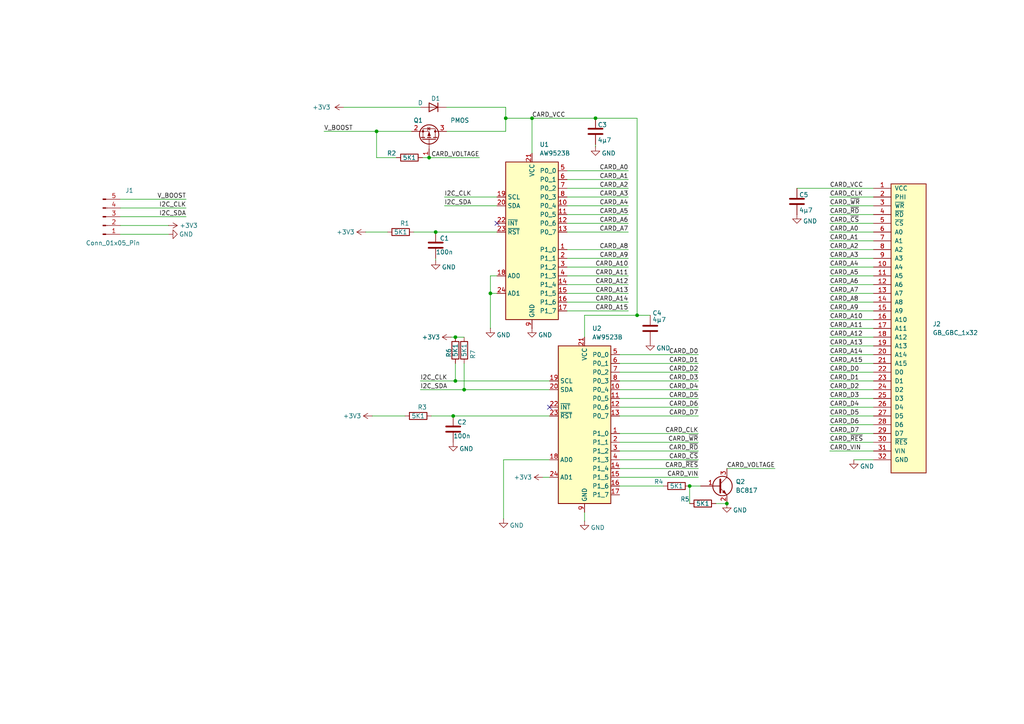
<source format=kicad_sch>
(kicad_sch (version 20231120) (generator "eeschema") (generator_version "8.0")
  (paper "A4")
  (lib_symbols
    (symbol "Connector:Conn_01x05_Pin" (pin_names (offset 1.016) hide)
      (property "Reference" "J" (at 0 7.62 0))
      (property "Value" "Conn_01x05_Pin" (at 0 -7.62 0))
      (symbol "Conn_01x05_Pin_1_1"
        (polyline (pts (xy 1.27 -5.08) (xy 0.8636 -5.08)) (stroke (width 0.1524)))
        (polyline (pts (xy 1.27 -2.54) (xy 0.8636 -2.54)) (stroke (width 0.1524)))
        (polyline (pts (xy 1.27 0) (xy 0.8636 0)) (stroke (width 0.1524)))
        (polyline (pts (xy 1.27 2.54) (xy 0.8636 2.54)) (stroke (width 0.1524)))
        (polyline (pts (xy 1.27 5.08) (xy 0.8636 5.08)) (stroke (width 0.1524)))
        (rectangle (start 0.8636 -4.953) (end 0 -5.207) (stroke (width 0.1524)) (fill (type outline)))
        (rectangle (start 0.8636 -2.413) (end 0 -2.667) (stroke (width 0.1524)) (fill (type outline)))
        (rectangle (start 0.8636 0.127) (end 0 -0.127) (stroke (width 0.1524)) (fill (type outline)))
        (rectangle (start 0.8636 2.667) (end 0 2.413) (stroke (width 0.1524)) (fill (type outline)))
        (rectangle (start 0.8636 5.207) (end 0 4.953) (stroke (width 0.1524)) (fill (type outline)))
        (pin passive line (at 5.08 5.08 180) (length 3.81) (name "Pin_1") (number "1"))
        (pin passive line (at 5.08 2.54 180) (length 3.81) (name "Pin_2") (number "2"))
        (pin passive line (at 5.08 0 180) (length 3.81) (name "Pin_3") (number "3"))
        (pin passive line (at 5.08 -2.54 180) (length 3.81) (name "Pin_4") (number "4"))
        (pin passive line (at 5.08 -5.08 180) (length 3.81) (name "Pin_5") (number "5"))
      )
    )
    (symbol "Device:C" (pin_numbers hide) (pin_names (offset 0.254))
      (property "Reference" "C" (at 0.635 2.54 0))
      (property "Value" "C" (at 0.635 -2.54 0))
      (symbol "C_0_1"
        (polyline (pts (xy -2.032 -0.762) (xy 2.032 -0.762)) (stroke (width 0.508)))
        (polyline (pts (xy -2.032 0.762) (xy 2.032 0.762)) (stroke (width 0.508)))
      )
      (symbol "C_1_1"
        (pin passive line (at 0 3.81 270) (length 2.794) (name "~") (number "1"))
        (pin passive line (at 0 -3.81 90) (length 2.794) (name "~") (number "2"))
      )
    )
    (symbol "Device:D" (pin_numbers hide) (pin_names (offset 1.016) hide)
      (property "Reference" "D" (at 0 2.54 0))
      (property "Value" "D" (at 0 -2.54 0))
      (symbol "D_0_1"
        (polyline (pts (xy -1.27 1.27) (xy -1.27 -1.27)) (stroke (width 0.254)))
        (polyline (pts (xy 1.27 0) (xy -1.27 0)))
        (polyline (pts (xy 1.27 1.27) (xy 1.27 -1.27) (xy -1.27 0) (xy 1.27 1.27)) (stroke (width 0.254)))
      )
      (symbol "D_1_1"
        (pin passive line (at -3.81 0 0) (length 2.54) (name "K") (number "1"))
        (pin passive line (at 3.81 0 180) (length 2.54) (name "A") (number "2"))
      )
    )
    (symbol "Device:Q_PMOS_GSD" (pin_names (offset 0) hide)
      (property "Reference" "Q" (at 5.08 1.27 0))
      (property "Value" "Q_PMOS_GSD" (at 5.08 -1.27 0))
      (symbol "Q_PMOS_GSD_0_1"
        (polyline (pts (xy 0.254 0) (xy -2.54 0)))
        (polyline (pts (xy 0.254 1.905) (xy 0.254 -1.905)) (stroke (width 0.254)))
        (polyline (pts (xy 0.762 -1.27) (xy 0.762 -2.286)) (stroke (width 0.254)))
        (polyline (pts (xy 0.762 0.508) (xy 0.762 -0.508)) (stroke (width 0.254)))
        (polyline (pts (xy 0.762 2.286) (xy 0.762 1.27)) (stroke (width 0.254)))
        (polyline (pts (xy 2.54 2.54) (xy 2.54 1.778)))
        (polyline (pts (xy 2.54 -2.54) (xy 2.54 0) (xy 0.762 0)))
        (polyline (pts (xy 0.762 1.778) (xy 3.302 1.778) (xy 3.302 -1.778) (xy 0.762 -1.778)))
        (polyline (pts (xy 2.286 0) (xy 1.27 0.381) (xy 1.27 -0.381) (xy 2.286 0)) (fill (type outline)))
        (polyline (pts (xy 2.794 -0.508) (xy 2.921 -0.381) (xy 3.683 -0.381) (xy 3.81 -0.254)))
        (polyline (pts (xy 3.302 -0.381) (xy 2.921 0.254) (xy 3.683 0.254) (xy 3.302 -0.381)))
        (circle (center 1.651 0) (radius 2.794) (stroke (width 0.254)))
        (circle (center 2.54 -1.778) (radius 0.254) (fill (type outline)))
        (circle (center 2.54 1.778) (radius 0.254) (fill (type outline)))
      )
      (symbol "Q_PMOS_GSD_1_1"
        (pin input line (at -5.08 0 0) (length 2.54) (name "G") (number "1"))
        (pin passive line (at 2.54 -5.08 90) (length 2.54) (name "S") (number "2"))
        (pin passive line (at 2.54 5.08 270) (length 2.54) (name "D") (number "3"))
      )
    )
    (symbol "Device:R" (pin_numbers hide) (pin_names (offset 0))
      (property "Reference" "R" (at 2.032 0 90))
      (property "Value" "R" (at 0 0 90))
      (symbol "R_0_1"
        (rectangle (start -1.016 -2.54) (end 1.016 2.54) (stroke (width 0.254)))
      )
      (symbol "R_1_1"
        (pin passive line (at 0 3.81 270) (length 1.27) (name "~") (number "1"))
        (pin passive line (at 0 -3.81 90) (length 1.27) (name "~") (number "2"))
      )
    )
    (symbol "Interface_Expansion:AW9523B"
      (property "Reference" "U" (at -5.08 26.67 0))
      (property "Value" "AW9523B" (at 6.35 26.67 0))
      (symbol "AW9523B_1_1"
        (rectangle (start -7.62 22.86) (end 7.62 -22.86) (stroke (width 0.254)) (fill (type background)))
        (pin bidirectional line (at 10.16 -2.54 180) (length 2.54) (name "P1_0") (number "1"))
        (pin bidirectional line (at 10.16 10.16 180) (length 2.54) (name "P0_4") (number "10"))
        (pin bidirectional line (at 10.16 7.62 180) (length 2.54) (name "P0_5") (number "11"))
        (pin bidirectional line (at 10.16 5.08 180) (length 2.54) (name "P0_6") (number "12"))
        (pin bidirectional line (at 10.16 2.54 180) (length 2.54) (name "P0_7") (number "13"))
        (pin bidirectional line (at 10.16 -12.7 180) (length 2.54) (name "P1_4") (number "14"))
        (pin bidirectional line (at 10.16 -15.24 180) (length 2.54) (name "P1_5") (number "15"))
        (pin bidirectional line (at 10.16 -17.78 180) (length 2.54) (name "P1_6") (number "16"))
        (pin bidirectional line (at 10.16 -20.32 180) (length 2.54) (name "P1_7") (number "17"))
        (pin input line (at -10.16 -10.16 0) (length 2.54) (name "AD0") (number "18"))
        (pin input line (at -10.16 12.7 0) (length 2.54) (name "SCL") (number "19"))
        (pin bidirectional line (at 10.16 -5.08 180) (length 2.54) (name "P1_1") (number "2"))
        (pin bidirectional line (at -10.16 10.16 0) (length 2.54) (name "SDA") (number "20"))
        (pin power_in line (at 0 25.4 270) (length 2.54) (name "VCC") (number "21"))
        (pin open_collector line (at -10.16 5.08 0) (length 2.54) (name "~{INT}") (number "22"))
        (pin input line (at -10.16 2.54 0) (length 2.54) (name "~{RST}") (number "23"))
        (pin input line (at -10.16 -15.24 0) (length 2.54) (name "AD1") (number "24"))
        (pin passive line (at 0 -25.4 90) (length 2.54) hide (name "GND") (number "25"))
        (pin bidirectional line (at 10.16 -7.62 180) (length 2.54) (name "P1_2") (number "3"))
        (pin bidirectional line (at 10.16 -10.16 180) (length 2.54) (name "P1_3") (number "4"))
        (pin bidirectional line (at 10.16 20.32 180) (length 2.54) (name "P0_0") (number "5"))
        (pin bidirectional line (at 10.16 17.78 180) (length 2.54) (name "P0_1") (number "6"))
        (pin bidirectional line (at 10.16 15.24 180) (length 2.54) (name "P0_2") (number "7"))
        (pin bidirectional line (at 10.16 12.7 180) (length 2.54) (name "P0_3") (number "8"))
        (pin power_in line (at 0 -25.4 90) (length 2.54) (name "GND") (number "9"))
      )
    )
    (symbol "Transistor_BJT:BC817" (pin_names (offset 0) hide)
      (property "Reference" "Q" (at 5.08 1.905 0))
      (property "Value" "BC817" (at 5.08 0 0))
      (symbol "BC817_0_1"
        (polyline (pts (xy 0.635 0.635) (xy 2.54 2.54)))
        (polyline (pts (xy 0.635 -0.635) (xy 2.54 -2.54) (xy 2.54 -2.54)))
        (polyline (pts (xy 0.635 1.905) (xy 0.635 -1.905) (xy 0.635 -1.905)) (stroke (width 0.508)))
        (polyline (pts (xy 1.27 -1.778) (xy 1.778 -1.27) (xy 2.286 -2.286) (xy 1.27 -1.778) (xy 1.27 -1.778)) (fill (type outline)))
        (circle (center 1.27 0) (radius 2.8194) (stroke (width 0.254)))
      )
      (symbol "BC817_1_1"
        (pin input line (at -5.08 0 0) (length 5.715) (name "B") (number "1"))
        (pin passive line (at 2.54 -5.08 90) (length 2.54) (name "E") (number "2"))
        (pin passive line (at 2.54 5.08 270) (length 2.54) (name "C") (number "3"))
      )
    )
    (symbol "power:+3V3" (power) (pin_numbers hide) (pin_names (offset 0) hide)
      (property "Value" "+3V3" (at 0 3.556 0))
      (symbol "+3V3_0_1"
        (polyline (pts (xy -0.762 1.27) (xy 0 2.54)))
        (polyline (pts (xy 0 0) (xy 0 2.54)))
        (polyline (pts (xy 0 2.54) (xy 0.762 1.27)))
      )
      (symbol "+3V3_1_1"
        (pin power_in line (at 0 0 90) (length 0) (name "~") (number "1"))
      )
    )
    (symbol "power:GND" (power) (pin_numbers hide) (pin_names (offset 0) hide)
      (property "Value" "GND" (at 0 -3.81 0))
      (symbol "GND_0_1"
        (polyline (pts (xy 0 0) (xy 0 -1.27) (xy 1.27 -1.27) (xy 0 -2.54) (xy -1.27 -1.27) (xy 0 -1.27)))
      )
      (symbol "GND_1_1"
        (pin power_in line (at 0 0 270) (length 0) (name "~") (number "1"))
      )
    )
    (symbol "theBrutzler:GB_GBC_1x32-willdurand_connector" (pin_names (offset 1.016))
      (property "Reference" "J1" (at 5.842 2.54 0))
      (property "Value" "GB_GBC_1x32" (at 5.842 0.2286 0))
      (symbol "GB_GBC_1x32-willdurand_connector_1_1"
        (rectangle (start -5.08 43.18) (end 5.08 -40.64) (stroke (width 0.254)) (fill (type background)))
        (pin power_in line (at -10.16 41.91 0) (length 5.08) (name "VCC") (number "1"))
        (pin bidirectional line (at -10.16 19.05 0) (length 5.08) (name "A4") (number "10"))
        (pin bidirectional line (at -10.16 16.51 0) (length 5.08) (name "A5") (number "11"))
        (pin bidirectional line (at -10.16 13.97 0) (length 5.08) (name "A6") (number "12"))
        (pin bidirectional line (at -10.16 11.43 0) (length 5.08) (name "A7") (number "13"))
        (pin bidirectional line (at -10.16 8.89 0) (length 5.08) (name "A8") (number "14"))
        (pin bidirectional line (at -10.16 6.35 0) (length 5.08) (name "A9") (number "15"))
        (pin bidirectional line (at -10.16 3.81 0) (length 5.08) (name "A10") (number "16"))
        (pin bidirectional line (at -10.16 1.27 0) (length 5.08) (name "A11") (number "17"))
        (pin bidirectional line (at -10.16 -1.27 0) (length 5.08) (name "A12") (number "18"))
        (pin bidirectional line (at -10.16 -3.81 0) (length 5.08) (name "A13") (number "19"))
        (pin passive line (at -10.16 39.37 0) (length 5.08) (name "PHI") (number "2"))
        (pin bidirectional line (at -10.16 -6.35 0) (length 5.08) (name "A14") (number "20"))
        (pin bidirectional line (at -10.16 -8.89 0) (length 5.08) (name "A15") (number "21"))
        (pin bidirectional line (at -10.16 -11.43 0) (length 5.08) (name "D0") (number "22"))
        (pin bidirectional line (at -10.16 -13.97 0) (length 5.08) (name "D1") (number "23"))
        (pin bidirectional line (at -10.16 -16.51 0) (length 5.08) (name "D2") (number "24"))
        (pin bidirectional line (at -10.16 -19.05 0) (length 5.08) (name "D3") (number "25"))
        (pin bidirectional line (at -10.16 -21.59 0) (length 5.08) (name "D4") (number "26"))
        (pin bidirectional line (at -10.16 -24.13 0) (length 5.08) (name "D5") (number "27"))
        (pin bidirectional line (at -10.16 -26.67 0) (length 5.08) (name "D6") (number "28"))
        (pin bidirectional line (at -10.16 -29.21 0) (length 5.08) (name "D7") (number "29"))
        (pin passive line (at -10.16 36.83 0) (length 5.08) (name "~{WR}") (number "3"))
        (pin passive line (at -10.16 -31.75 0) (length 5.08) (name "~{RES}") (number "30"))
        (pin passive line (at -10.16 -34.29 0) (length 5.08) (name "VIN") (number "31"))
        (pin power_in line (at -10.16 -36.83 0) (length 5.08) (name "GND") (number "32"))
        (pin passive line (at -10.16 34.29 0) (length 5.08) (name "~{RD}") (number "4"))
        (pin passive line (at -10.16 31.75 0) (length 5.08) (name "~{CS}") (number "5"))
        (pin bidirectional line (at -10.16 29.21 0) (length 5.08) (name "A0") (number "6"))
        (pin bidirectional line (at -10.16 26.67 0) (length 5.08) (name "A1") (number "7"))
        (pin bidirectional line (at -10.16 24.13 0) (length 5.08) (name "A2") (number "8"))
        (pin bidirectional line (at -10.16 21.59 0) (length 5.08) (name "A3") (number "9"))
      )
    )
  )
  (junction (at 200.025 140.97))
  (junction (at 154.305 34.29))
  (junction (at 172.72 34.29))
  (junction (at 184.785 91.44))
  (junction (at 142.24 85.09))
  (junction (at 210.82 146.05))
  (junction (at 131.445 120.65))
  (junction (at 132.08 110.49))
  (junction (at 124.46 45.72))
  (junction (at 132.08 97.79))
  (junction (at 109.22 38.1))
  (junction (at 146.685 34.29))
  (junction (at 126.365 67.31))
  (junction (at 134.62 113.03))
  (no_connect (at 159.385 118.11))
  (no_connect (at 144.145 64.77))
  (wire (pts (xy 130.81 97.79) (xy 132.08 97.79)))
  (wire (pts (xy 179.705 115.57) (xy 202.565 115.57)))
  (wire (pts (xy 179.705 140.97) (xy 192.405 140.97)))
  (wire (pts (xy 172.72 34.29) (xy 154.305 34.29)))
  (wire (pts (xy 126.365 75.565) (xy 126.365 74.93)))
  (wire (pts (xy 131.445 120.65) (xy 159.385 120.65)))
  (wire (pts (xy 146.05 133.35) (xy 146.05 150.495)))
  (wire (pts (xy 207.645 146.05) (xy 210.82 146.05)))
  (wire (pts (xy 179.705 135.89) (xy 202.565 135.89)))
  (wire (pts (xy 179.705 113.03) (xy 202.565 113.03)))
  (wire (pts (xy 159.385 133.35) (xy 146.05 133.35)))
  (wire (pts (xy 164.465 57.15) (xy 182.245 57.15)))
  (wire (pts (xy 164.465 54.61) (xy 182.245 54.61)))
  (wire (pts (xy 179.705 120.65) (xy 202.565 120.65)))
  (wire (pts (xy 179.705 102.87) (xy 202.565 102.87)))
  (wire (pts (xy 157.48 138.43) (xy 159.385 138.43)))
  (wire (pts (xy 109.22 38.1) (xy 119.38 38.1)))
  (wire (pts (xy 240.665 125.73) (xy 253.365 125.73)))
  (wire (pts (xy 121.92 110.49) (xy 132.08 110.49)))
  (wire (pts (xy 240.665 77.47) (xy 253.365 77.47)))
  (wire (pts (xy 107.95 120.65) (xy 117.475 120.65)))
  (wire (pts (xy 240.665 115.57) (xy 253.365 115.57)))
  (wire (pts (xy 184.785 91.44) (xy 188.595 91.44)))
  (wire (pts (xy 240.665 59.69) (xy 253.365 59.69)))
  (wire (pts (xy 124.46 45.72) (xy 139.065 45.72)))
  (wire (pts (xy 240.665 62.23) (xy 253.365 62.23)))
  (wire (pts (xy 240.665 97.79) (xy 253.365 97.79)))
  (wire (pts (xy 142.24 80.01) (xy 142.24 85.09)))
  (wire (pts (xy 184.785 34.29) (xy 172.72 34.29)))
  (wire (pts (xy 164.465 59.69) (xy 182.245 59.69)))
  (wire (pts (xy 164.465 90.17) (xy 182.245 90.17)))
  (wire (pts (xy 240.665 118.11) (xy 253.365 118.11)))
  (wire (pts (xy 129.54 31.115) (xy 146.685 31.115)))
  (wire (pts (xy 179.705 125.73) (xy 202.565 125.73)))
  (wire (pts (xy 240.665 82.55) (xy 253.365 82.55)))
  (wire (pts (xy 134.62 113.03) (xy 159.385 113.03)))
  (wire (pts (xy 240.665 80.01) (xy 253.365 80.01)))
  (wire (pts (xy 132.08 105.41) (xy 132.08 110.49)))
  (wire (pts (xy 240.665 100.33) (xy 253.365 100.33)))
  (wire (pts (xy 53.975 57.785) (xy 34.925 57.785)))
  (wire (pts (xy 179.705 128.27) (xy 202.565 128.27)))
  (wire (pts (xy 179.705 105.41) (xy 202.565 105.41)))
  (wire (pts (xy 120.015 67.31) (xy 126.365 67.31)))
  (wire (pts (xy 142.24 85.09) (xy 142.24 95.25)))
  (wire (pts (xy 200.025 140.97) (xy 203.2 140.97)))
  (wire (pts (xy 231.14 54.61) (xy 253.365 54.61)))
  (wire (pts (xy 240.665 74.93) (xy 253.365 74.93)))
  (wire (pts (xy 169.545 148.59) (xy 169.545 151.13)))
  (wire (pts (xy 240.665 123.19) (xy 253.365 123.19)))
  (wire (pts (xy 53.975 60.325) (xy 34.925 60.325)))
  (wire (pts (xy 240.665 87.63) (xy 253.365 87.63)))
  (wire (pts (xy 121.92 113.03) (xy 134.62 113.03)))
  (wire (pts (xy 240.665 67.31) (xy 253.365 67.31)))
  (wire (pts (xy 240.665 128.27) (xy 253.365 128.27)))
  (wire (pts (xy 164.465 52.07) (xy 182.245 52.07)))
  (wire (pts (xy 240.665 102.87) (xy 253.365 102.87)))
  (wire (pts (xy 53.975 62.865) (xy 34.925 62.865)))
  (wire (pts (xy 134.62 105.41) (xy 134.62 113.03)))
  (wire (pts (xy 164.465 64.77) (xy 182.245 64.77)))
  (wire (pts (xy 146.685 31.115) (xy 146.685 34.29)))
  (wire (pts (xy 106.045 67.31) (xy 112.395 67.31)))
  (wire (pts (xy 240.665 120.65) (xy 253.365 120.65)))
  (wire (pts (xy 179.705 110.49) (xy 202.565 110.49)))
  (wire (pts (xy 144.145 80.01) (xy 142.24 80.01)))
  (wire (pts (xy 240.665 107.95) (xy 253.365 107.95)))
  (wire (pts (xy 48.895 65.405) (xy 34.925 65.405)))
  (wire (pts (xy 240.665 113.03) (xy 253.365 113.03)))
  (wire (pts (xy 132.08 110.49) (xy 159.385 110.49)))
  (wire (pts (xy 126.365 67.31) (xy 144.145 67.31)))
  (wire (pts (xy 179.705 138.43) (xy 202.565 138.43)))
  (wire (pts (xy 142.24 85.09) (xy 144.145 85.09)))
  (wire (pts (xy 122.555 45.72) (xy 124.46 45.72)))
  (wire (pts (xy 240.665 95.25) (xy 253.365 95.25)))
  (wire (pts (xy 114.935 45.72) (xy 109.22 45.72)))
  (wire (pts (xy 164.465 67.31) (xy 182.245 67.31)))
  (wire (pts (xy 99.695 31.115) (xy 121.92 31.115)))
  (wire (pts (xy 240.665 64.77) (xy 253.365 64.77)))
  (wire (pts (xy 146.685 34.29) (xy 146.685 38.1)))
  (wire (pts (xy 200.025 140.97) (xy 200.025 146.05)))
  (wire (pts (xy 179.705 118.11) (xy 202.565 118.11)))
  (wire (pts (xy 164.465 85.09) (xy 182.245 85.09)))
  (wire (pts (xy 240.665 130.81) (xy 253.365 130.81)))
  (wire (pts (xy 240.665 90.17) (xy 253.365 90.17)))
  (wire (pts (xy 172.72 41.91) (xy 172.72 42.545)))
  (wire (pts (xy 164.465 80.01) (xy 182.245 80.01)))
  (wire (pts (xy 128.905 59.69) (xy 144.145 59.69)))
  (wire (pts (xy 93.98 38.1) (xy 109.22 38.1)))
  (wire (pts (xy 210.82 135.89) (xy 224.79 135.89)))
  (wire (pts (xy 240.665 85.09) (xy 253.365 85.09)))
  (wire (pts (xy 164.465 49.53) (xy 182.245 49.53)))
  (wire (pts (xy 240.665 69.85) (xy 253.365 69.85)))
  (wire (pts (xy 129.54 38.1) (xy 146.685 38.1)))
  (wire (pts (xy 184.785 91.44) (xy 184.785 34.29)))
  (wire (pts (xy 48.895 67.945) (xy 34.925 67.945)))
  (wire (pts (xy 240.665 92.71) (xy 253.365 92.71)))
  (wire (pts (xy 240.665 105.41) (xy 253.365 105.41)))
  (wire (pts (xy 109.22 45.72) (xy 109.22 38.1)))
  (wire (pts (xy 164.465 74.93) (xy 182.245 74.93)))
  (wire (pts (xy 179.705 133.35) (xy 202.565 133.35)))
  (wire (pts (xy 128.905 57.15) (xy 144.145 57.15)))
  (wire (pts (xy 164.465 62.23) (xy 182.245 62.23)))
  (wire (pts (xy 247.65 133.35) (xy 253.365 133.35)))
  (wire (pts (xy 164.465 82.55) (xy 182.245 82.55)))
  (wire (pts (xy 132.08 97.79) (xy 134.62 97.79)))
  (wire (pts (xy 240.665 57.15) (xy 253.365 57.15)))
  (wire (pts (xy 240.665 72.39) (xy 253.365 72.39)))
  (wire (pts (xy 125.095 120.65) (xy 131.445 120.65)))
  (wire (pts (xy 164.465 72.39) (xy 182.245 72.39)))
  (wire (pts (xy 164.465 87.63) (xy 182.245 87.63)))
  (wire (pts (xy 179.705 107.95) (xy 202.565 107.95)))
  (wire (pts (xy 179.705 130.81) (xy 202.565 130.81)))
  (wire (pts (xy 169.545 91.44) (xy 184.785 91.44)))
  (wire (pts (xy 169.545 91.44) (xy 169.545 97.79)))
  (wire (pts (xy 240.665 110.49) (xy 253.365 110.49)))
  (wire (pts (xy 154.305 34.29) (xy 154.305 44.45)))
  (wire (pts (xy 164.465 77.47) (xy 182.245 77.47)))
  (wire (pts (xy 154.305 34.29) (xy 146.685 34.29)))
  (label "CARD_D4" (at 202.565 113.03 180))
  (label "CARD_A14" (at 182.245 87.63 180))
  (label "I2C_SDA" (at 53.975 62.865 180))
  (label "I2C_CLK" (at 128.905 57.15 0))
  (label "CARD_A10" (at 182.245 77.47 180))
  (label "CARD_A6" (at 182.245 64.77 180))
  (label "CARD_A1" (at 182.245 52.07 180))
  (label "I2C_CLK" (at 121.92 110.49 0))
  (label "CARD_CLK" (at 202.565 125.73 180))
  (label "CARD_A5" (at 182.245 62.23 180))
  (label "CARD_~{WR}" (at 240.665 59.69 0))
  (label "CARD_A3" (at 182.245 57.15 180))
  (label "CARD_A13" (at 240.665 100.33 0))
  (label "CARD_D0" (at 240.665 107.95 0))
  (label "CARD_VCC" (at 154.305 34.29 0))
  (label "CARD_A12" (at 240.665 97.79 0))
  (label "CARD_A3" (at 240.665 74.93 0))
  (label "CARD_D5" (at 240.665 120.65 0))
  (label "I2C_SDA" (at 121.92 113.03 0))
  (label "CARD_VCC" (at 240.665 54.61 0))
  (label "CARD_VIN" (at 202.565 138.43 180))
  (label "CARD_D7" (at 240.665 125.73 0))
  (label "CARD_A0" (at 240.665 67.31 0))
  (label "CARD_D5" (at 202.565 115.57 180))
  (label "CARD_~{RES}" (at 240.665 128.27 0))
  (label "CARD_A2" (at 182.245 54.61 180))
  (label "CARD_A6" (at 240.665 82.55 0))
  (label "CARD_A9" (at 182.245 74.93 180))
  (label "CARD_~{WR}" (at 202.565 128.27 180))
  (label "CARD_A15" (at 240.665 105.41 0))
  (label "CARD_~{RD}" (at 202.565 130.81 180))
  (label "CARD_A4" (at 240.665 77.47 0))
  (label "V_BOOST" (at 53.975 57.785 180))
  (label "CARD_A7" (at 240.665 85.09 0))
  (label "CARD_D7" (at 202.565 120.65 180))
  (label "CARD_A14" (at 240.665 102.87 0))
  (label "CARD_A5" (at 240.665 80.01 0))
  (label "CARD_VOLTAGE" (at 224.79 135.89 180))
  (label "CARD_D3" (at 202.565 110.49 180))
  (label "CARD_VOLTAGE" (at 139.065 45.72 180))
  (label "CARD_D1" (at 202.565 105.41 180))
  (label "CARD_A4" (at 182.245 59.69 180))
  (label "CARD_CLK" (at 240.665 57.15 0))
  (label "CARD_A15" (at 182.245 90.17 180))
  (label "CARD_~{CS}" (at 240.665 64.77 0))
  (label "CARD_VIN" (at 240.665 130.81 0))
  (label "CARD_A7" (at 182.245 67.31 180))
  (label "CARD_~{CS}" (at 202.565 133.35 180))
  (label "CARD_A1" (at 240.665 69.85 0))
  (label "CARD_D2" (at 202.565 107.95 180))
  (label "I2C_CLK" (at 53.975 60.325 180))
  (label "CARD_~{RES}" (at 202.565 135.89 180))
  (label "CARD_D2" (at 240.665 113.03 0))
  (label "CARD_D0" (at 202.565 102.87 180))
  (label "CARD_A8" (at 182.245 72.39 180))
  (label "CARD_A8" (at 240.665 87.63 0))
  (label "CARD_A10" (at 240.665 92.71 0))
  (label "CARD_A0" (at 182.245 49.53 180))
  (label "CARD_~{RD}" (at 240.665 62.23 0))
  (label "CARD_D3" (at 240.665 115.57 0))
  (label "CARD_A9" (at 240.665 90.17 0))
  (label "V_BOOST" (at 93.98 38.1 0))
  (label "CARD_A12" (at 182.245 82.55 180))
  (label "CARD_A13" (at 182.245 85.09 180))
  (label "CARD_A11" (at 240.665 95.25 0))
  (label "CARD_A2" (at 240.665 72.39 0))
  (label "CARD_D6" (at 240.665 123.19 0))
  (label "CARD_A11" (at 182.245 80.01 180))
  (label "I2C_SDA" (at 128.905 59.69 0))
  (label "CARD_D6" (at 202.565 118.11 180))
  (label "CARD_D1" (at 240.665 110.49 0))
  (label "CARD_D4" (at 240.665 118.11 0))
  (symbol (lib_id "power:GND") (at 231.14 62.23 0) (unit 1)
    (property "Reference" "#PWR011" (effects (hide yes)))
    (property "Value" "GND" (at 234.95 64.135 0))
  )
  (symbol (lib_id "Interface_Expansion:AW9523B") (at 154.305 69.85 0) (unit 1)
    (property "Reference" "U1" (at 156.4991 41.91 0) (effects (justify left)))
    (property "Value" "AW9523B" (at 156.4991 44.45 0) (effects (justify left)))
    (property "Footprint" "Package_DFN_QFN:QFN-24-1EP_4x4mm_P0.5mm_EP2.7x2.7mm" (effects (hide yes)))
    (property "Datasheet" "https://cdn-shop.adafruit.com/product-files/4886/AW9523+English+Datasheet.pdf" (effects (hide yes)))
    (property "Description" "16 multi-function led driver and gpio controller with i2c interface" (effects (hide yes)))
    (property "LCSC" "C148077" (effects (hide yes)))
  )
  (symbol (lib_id "Device:R") (at 116.205 67.31 90) (unit 1)
    (property "Reference" "R1" (at 118.745 64.77 90) (effects (justify left)))
    (property "Value" "5K1" (at 116.205 67.31 90))
    (property "Footprint" "Resistor_SMD:R_0603_1608Metric" (effects (hide yes)))
    (property "LCSC" "C26000" (effects (hide yes)))
    (property "SOURCED" "ok" (effects (hide yes)))
  )
  (symbol (lib_id "Device:R") (at 121.285 120.65 90) (unit 1)
    (property "Reference" "R3" (at 123.825 118.11 90) (effects (justify left)))
    (property "Value" "5K1" (at 121.285 120.65 90))
    (property "Footprint" "Resistor_SMD:R_0603_1608Metric" (effects (hide yes)))
    (property "LCSC" "C26000" (effects (hide yes)))
    (property "SOURCED" "ok" (effects (hide yes)))
  )
  (symbol (lib_id "power:+3V3") (at 106.045 67.31 90) (mirror x) (unit 1)
    (property "Reference" "#PWR013" (effects (hide yes)))
    (property "Value" "+3V3" (at 102.87 67.3099 90) (effects (justify left)))
    (property "Description" "Power symbol creates a global label with name \"+3V3\"" (effects (hide yes)))
  )
  (symbol (lib_id "Interface_Expansion:AW9523B") (at 169.545 123.19 0) (unit 1)
    (property "Reference" "U2" (at 171.7391 95.25 0) (effects (justify left)))
    (property "Value" "AW9523B" (at 171.7391 97.79 0) (effects (justify left)))
    (property "Footprint" "Package_DFN_QFN:QFN-24-1EP_4x4mm_P0.5mm_EP2.7x2.7mm" (effects (hide yes)))
    (property "Datasheet" "https://cdn-shop.adafruit.com/product-files/4886/AW9523+English+Datasheet.pdf" (effects (hide yes)))
    (property "Description" "16 multi-function led driver and gpio controller with i2c interface" (effects (hide yes)))
    (property "LCSC" "C148077" (effects (hide yes)))
  )
  (symbol (lib_id "Connector:Conn_01x05_Pin") (at 29.845 62.865 0) (mirror x) (unit 1)
    (property "Reference" "J1" (at 38.735 55.245 0) (effects (justify right)))
    (property "Value" "Conn_01x05_Pin" (at 40.64 70.485 0) (effects (justify right)))
    (property "Footprint" "Connector_PinHeader_2.54mm:PinHeader_1x05_P2.54mm_Vertical" (effects (hide yes)))
    (property "Description" "Generic connector, single row, 01x05, script generated" (effects (hide yes)))
  )
  (symbol (lib_id "power:+3V3") (at 130.81 97.79 90) (mirror x) (unit 1)
    (property "Reference" "#PWR018" (effects (hide yes)))
    (property "Value" "+3V3" (at 127.635 97.7899 90) (effects (justify left)))
    (property "Description" "Power symbol creates a global label with name \"+3V3\"" (effects (hide yes)))
  )
  (symbol (lib_id "Device:Q_PMOS_GSD") (at 124.46 40.64 270) (mirror x) (unit 1)
    (property "Reference" "Q1" (at 121.285 34.925 90))
    (property "Value" "PMOS" (at 133.35 34.925 90))
    (property "Footprint" "Package_TO_SOT_SMD:SOT-323_SC-70" (effects (hide yes)))
    (property "Description" "P-MOSFET transistor, gate/source/drain" (effects (hide yes)))
    (property "LCSC" "C19078062" (effects (hide yes)))
    (property "SOURCED" "ok" (effects (hide yes)))
  )
  (symbol (lib_id "power:+3V3") (at 107.95 120.65 90) (mirror x) (unit 1)
    (property "Reference" "#PWR014" (effects (hide yes)))
    (property "Value" "+3V3" (at 104.775 120.6499 90) (effects (justify left)))
    (property "Description" "Power symbol creates a global label with name \"+3V3\"" (effects (hide yes)))
  )
  (symbol (lib_id "Device:C") (at 188.595 95.25 0) (unit 1)
    (property "Reference" "C4" (at 189.23 90.805 0) (effects (justify left)))
    (property "Value" "4µ7" (at 189.23 92.71 0) (effects (justify left)))
    (property "Footprint" "Capacitor_SMD:C_0603_1608Metric" (effects (hide yes)))
    (property "Description" "25V" (effects (hide yes)))
    (property "LCSC" "C69335" (effects (hide yes)))
    (property "SOURCED" "ok" (effects (hide yes)))
  )
  (symbol (lib_id "power:GND") (at 154.305 95.25 0) (unit 1)
    (property "Reference" "#PWR04" (effects (hide yes)))
    (property "Value" "GND" (at 158.115 97.155 0))
  )
  (symbol (lib_id "power:GND") (at 210.82 146.05 0) (unit 1)
    (property "Reference" "#PWR09" (effects (hide yes)))
    (property "Value" "GND" (at 214.63 147.955 0))
  )
  (symbol (lib_id "power:GND") (at 126.365 75.565 0) (unit 1)
    (property "Reference" "#PWR06" (effects (hide yes)))
    (property "Value" "GND" (at 130.175 77.47 0))
  )
  (symbol (lib_id "Transistor_BJT:BC817") (at 208.28 140.97 0) (unit 1)
    (property "Reference" "Q2" (at 213.36 139.6999 0) (effects (justify left)))
    (property "Value" "BC817" (at 213.36 142.2399 0) (effects (justify left)))
    (property "Footprint" "Package_TO_SOT_SMD:SOT-323_SC-70" (effects (hide yes)))
    (property "Datasheet" "https://www.onsemi.com/pub/Collateral/BC818-D.pdf" (effects (hide yes)))
    (property "Description" "0.8A Ic, 45V Vce, NPN Transistor, SOT-23" (effects (hide yes)))
    (property "LCSC" "C605312" (effects (hide yes)))
    (property "SOURCED" "ok" (effects (hide yes)))
  )
  (symbol (lib_id "Device:D") (at 125.73 31.115 180) (unit 1)
    (property "Reference" "D1" (at 126.365 28.575 0))
    (property "Value" "D" (at 121.92 29.845 0))
    (property "Footprint" "Diode_SMD:Nexperia_CFP3_SOD-123W" (effects (hide yes)))
    (property "Description" "Diode" (effects (hide yes)))
    (property "Sim.Device" "D" (effects (hide yes)))
    (property "Sim.Pins" "1=K 2=A" (effects (hide yes)))
    (property "LCSC" "C5120763" (effects (hide yes)))
    (property "SOURCED" "ok" (effects (hide yes)))
  )
  (symbol (lib_id "power:+3V3") (at 157.48 138.43 90) (mirror x) (unit 1)
    (property "Reference" "#PWR015" (effects (hide yes)))
    (property "Value" "+3V3" (at 154.305 138.4299 90) (effects (justify left)))
    (property "Description" "Power symbol creates a global label with name \"+3V3\"" (effects (hide yes)))
  )
  (symbol (lib_id "power:GND") (at 146.05 150.495 0) (unit 1)
    (property "Reference" "#PWR016" (effects (hide yes)))
    (property "Value" "GND" (at 149.86 152.4 0))
  )
  (symbol (lib_id "power:GND") (at 172.72 42.545 0) (unit 1)
    (property "Reference" "#PWR03" (effects (hide yes)))
    (property "Value" "GND" (at 176.53 44.45 0))
  )
  (symbol (lib_id "power:GND") (at 247.65 133.35 0) (unit 1)
    (property "Reference" "#PWR010" (effects (hide yes)))
    (property "Value" "GND" (at 251.46 135.255 0))
  )
  (symbol (lib_id "Device:C") (at 172.72 38.1 0) (unit 1)
    (property "Reference" "C3" (at 173.355 36.195 0) (effects (justify left)))
    (property "Value" "4µ7" (at 173.355 40.64 0) (effects (justify left)))
    (property "Footprint" "Capacitor_SMD:C_0603_1608Metric" (effects (hide yes)))
    (property "Description" "25V" (effects (hide yes)))
    (property "LCSC" "C69335" (effects (hide yes)))
    (property "SOURCED" "ok" (effects (hide yes)))
  )
  (symbol (lib_id "Device:C") (at 231.14 58.42 0) (unit 1)
    (property "Reference" "C5" (at 231.775 56.515 0) (effects (justify left)))
    (property "Value" "4µ7" (at 231.775 60.96 0) (effects (justify left)))
    (property "Footprint" "Capacitor_SMD:C_0603_1608Metric" (effects (hide yes)))
    (property "Description" "25V" (effects (hide yes)))
    (property "LCSC" "C69335" (effects (hide yes)))
    (property "SOURCED" "ok" (effects (hide yes)))
  )
  (symbol (lib_id "Device:R") (at 203.835 146.05 90) (unit 1)
    (property "Reference" "R5" (at 200.025 144.78 90) (effects (justify left)))
    (property "Value" "5K1" (at 203.835 146.05 90))
    (property "Footprint" "Resistor_SMD:R_0603_1608Metric" (effects (hide yes)))
    (property "LCSC" "C26000" (effects (hide yes)))
    (property "SOURCED" "ok" (effects (hide yes)))
  )
  (symbol (lib_id "power:GND") (at 48.895 67.945 90) (unit 1)
    (property "Reference" "#PWR02" (effects (hide yes)))
    (property "Value" "GND" (at 53.975 67.945 90))
  )
  (symbol (lib_id "power:GND") (at 142.24 95.25 0) (unit 1)
    (property "Reference" "#PWR05" (effects (hide yes)))
    (property "Value" "GND" (at 146.05 97.155 0))
  )
  (symbol (lib_id "power:+3V3") (at 99.695 31.115 90) (mirror x) (unit 1)
    (property "Reference" "#PWR012" (effects (hide yes)))
    (property "Value" "+3V3" (at 95.885 31.1149 90) (effects (justify left)))
    (property "Description" "Power symbol creates a global label with name \"+3V3\"" (effects (hide yes)))
  )
  (symbol (lib_id "power:GND") (at 188.595 99.06 0) (unit 1)
    (property "Reference" "#PWR017" (effects (hide yes)))
    (property "Value" "GND" (at 192.405 100.965 0))
  )
  (symbol (lib_id "Device:R") (at 134.62 101.6 0) (unit 1)
    (property "Reference" "R7" (at 137.16 104.14 90) (effects (justify left)))
    (property "Value" "5K1" (at 134.62 101.6 90))
    (property "Footprint" "Resistor_SMD:R_0603_1608Metric" (effects (hide yes)))
    (property "LCSC" "C26000" (effects (hide yes)))
    (property "SOURCED" "ok" (effects (hide yes)))
  )
  (symbol (lib_id "Device:C") (at 131.445 124.46 180) (unit 1)
    (property "Reference" "C2" (at 133.985 123.19 0) (effects (justify top)))
    (property "Value" "100n" (at 133.985 125.73 0) (effects (justify bottom)))
    (property "Footprint" "Capacitor_SMD:C_0603_1608Metric" (effects (hide yes)))
    (property "Description" "50V" (effects (hide yes)))
    (property "LCSC" "C30926" (effects (hide yes)))
    (property "SOURCED" "ok" (effects (hide yes)))
  )
  (symbol (lib_id "Device:R") (at 196.215 140.97 90) (unit 1)
    (property "Reference" "R4" (at 192.405 139.7 90) (effects (justify left)))
    (property "Value" "5K1" (at 196.215 140.97 90))
    (property "Footprint" "Resistor_SMD:R_0603_1608Metric" (effects (hide yes)))
    (property "LCSC" "C26000" (effects (hide yes)))
    (property "SOURCED" "ok" (effects (hide yes)))
  )
  (symbol (lib_id "Device:R") (at 132.08 101.6 180) (unit 1)
    (property "Reference" "R6" (at 130.175 100.965 90) (effects (justify left)))
    (property "Value" "5K1" (at 132.08 101.6 90))
    (property "Footprint" "Resistor_SMD:R_0603_1608Metric" (effects (hide yes)))
    (property "LCSC" "C26000" (effects (hide yes)))
    (property "SOURCED" "ok" (effects (hide yes)))
  )
  (symbol (lib_id "Device:R") (at 118.745 45.72 90) (unit 1)
    (property "Reference" "R2" (at 114.935 44.45 90) (effects (justify left)))
    (property "Value" "5K1" (at 118.745 45.72 90))
    (property "Footprint" "Resistor_SMD:R_0603_1608Metric" (effects (hide yes)))
    (property "LCSC" "C26000" (effects (hide yes)))
    (property "SOURCED" "ok" (effects (hide yes)))
  )
  (symbol (lib_id "Device:C") (at 126.365 71.12 180) (unit 1)
    (property "Reference" "C1" (at 128.905 69.85 0) (effects (justify top)))
    (property "Value" "100n" (at 128.905 72.39 0) (effects (justify bottom)))
    (property "Footprint" "Capacitor_SMD:C_0603_1608Metric" (effects (hide yes)))
    (property "Description" "50V" (effects (hide yes)))
    (property "LCSC" "C30926" (effects (hide yes)))
    (property "SOURCED" "ok" (effects (hide yes)))
  )
  (symbol (lib_id "power:GND") (at 131.445 128.27 0) (unit 1)
    (property "Reference" "#PWR07" (effects (hide yes)))
    (property "Value" "GND" (at 135.255 130.175 0))
  )
  (symbol (lib_id "theBrutzler:GB_GBC_1x32-willdurand_connector") (at 263.525 96.52 0) (unit 1)
    (property "Reference" "J2" (at 270.51 93.9799 0) (effects (justify left)))
    (property "Value" "GB_GBC_1x32" (at 270.51 96.5199 0) (effects (justify left)))
    (property "Footprint" "TheBrutzlers_Lib:GB_GBC_1x32" (effects (hide yes)))
    (property "Datasheet" "https://www.aliexpress.com/item/32832493101.html" (effects (hide yes)))
    (property "Model number" "GNI172" (effects (hide yes)))
  )
  (symbol (lib_id "power:GND") (at 169.545 151.13 0) (unit 1)
    (property "Reference" "#PWR08" (effects (hide yes)))
    (property "Value" "GND" (at 173.355 153.035 0))
  )
  (symbol (lib_id "power:+3V3") (at 48.895 65.405 270) (mirror x) (unit 1)
    (property "Reference" "#PWR01" (effects (hide yes)))
    (property "Value" "+3V3" (at 52.07 65.4049 90) (effects (justify left)))
    (property "Description" "Power symbol creates a global label with name \"+3V3\"" (effects (hide yes)))
  )
)
</source>
